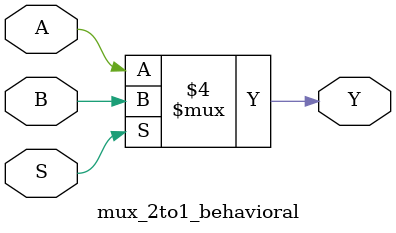
<source format=v>
module mux_2to1_behavioral (
  input wire A,   
  input wire B,   
  input wire S,   
  output reg Y);
  always @(*) begin
    if (S == 1'b0) 
      Y = A;
    else 
      Y = B;
  end 
endmodule

</source>
